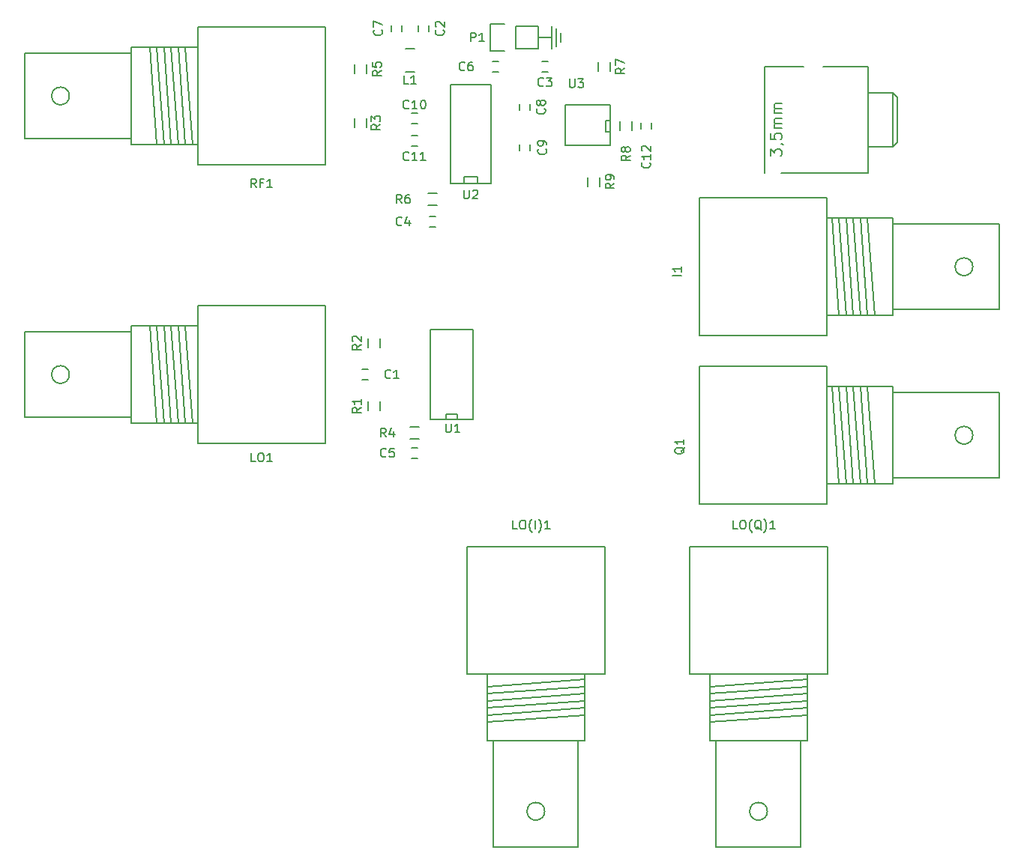
<source format=gbr>
G04 #@! TF.FileFunction,Legend,Top*
%FSLAX46Y46*%
G04 Gerber Fmt 4.6, Leading zero omitted, Abs format (unit mm)*
G04 Created by KiCad (PCBNEW 4.0.2-stable) date Tuesday, August 30, 2016 'PMt' 11:58:46 PM*
%MOMM*%
G01*
G04 APERTURE LIST*
%ADD10C,0.100000*%
%ADD11C,0.200000*%
%ADD12C,0.150000*%
%ADD13C,0.152400*%
%ADD14C,0.127000*%
G04 APERTURE END LIST*
D10*
D11*
X88392000Y-95758000D02*
X88392000Y-98298000D01*
X88392000Y-97028000D02*
X88392000Y-95758000D01*
X89408000Y-96520000D02*
X89408000Y-97536000D01*
X88900000Y-96012000D02*
X88900000Y-98044000D01*
X86868000Y-97028000D02*
X88392000Y-97028000D01*
D12*
X67660000Y-135728000D02*
X66960000Y-135728000D01*
X66960000Y-134528000D02*
X67660000Y-134528000D01*
X74514000Y-95662000D02*
X74514000Y-96362000D01*
X73314000Y-96362000D02*
X73314000Y-95662000D01*
X87980000Y-100930000D02*
X87280000Y-100930000D01*
X87280000Y-99730000D02*
X87980000Y-99730000D01*
X74580000Y-117256000D02*
X75280000Y-117256000D01*
X75280000Y-118456000D02*
X74580000Y-118456000D01*
X73248000Y-144618000D02*
X72548000Y-144618000D01*
X72548000Y-143418000D02*
X73248000Y-143418000D01*
X81692000Y-99730000D02*
X82392000Y-99730000D01*
X82392000Y-100930000D02*
X81692000Y-100930000D01*
X71466000Y-95662000D02*
X71466000Y-96362000D01*
X70266000Y-96362000D02*
X70266000Y-95662000D01*
X85944000Y-104552000D02*
X85944000Y-105252000D01*
X84744000Y-105252000D02*
X84744000Y-104552000D01*
X84744000Y-109824000D02*
X84744000Y-109124000D01*
X85944000Y-109124000D02*
X85944000Y-109824000D01*
X72548000Y-105572000D02*
X73248000Y-105572000D01*
X73248000Y-106772000D02*
X72548000Y-106772000D01*
X72548000Y-108112000D02*
X73248000Y-108112000D01*
X73248000Y-109312000D02*
X72548000Y-109312000D01*
X99710800Y-106685600D02*
X99710800Y-107385600D01*
X98510800Y-107385600D02*
X98510800Y-106685600D01*
X124068840Y-117436900D02*
X124868940Y-128435100D01*
X123268740Y-117436900D02*
X124068840Y-128435100D01*
X122468640Y-117436900D02*
X123268740Y-128435100D01*
X121668540Y-117436900D02*
X122468640Y-128435100D01*
X120868440Y-117436900D02*
X121668540Y-128435100D01*
X120068340Y-117436900D02*
X120868440Y-128435100D01*
X135968740Y-122936000D02*
G75*
G03X135968740Y-122936000I-1000760J0D01*
G01*
X126966980Y-127736600D02*
X138968480Y-127736600D01*
X138968480Y-127736600D02*
X138968480Y-118135400D01*
X138968480Y-118135400D02*
X126966980Y-118135400D01*
X119468900Y-128435100D02*
X126966980Y-128435100D01*
X126966980Y-128435100D02*
X126966980Y-117436900D01*
X126966980Y-117436900D02*
X119468900Y-117436900D01*
X105067100Y-115135660D02*
X105067100Y-130736340D01*
X105067100Y-130736340D02*
X119468900Y-130736340D01*
X119468900Y-130736340D02*
X119468900Y-115135660D01*
X119468900Y-115135660D02*
X105067100Y-115135660D01*
D13*
X124162820Y-100284280D02*
X124162820Y-103278940D01*
X112440720Y-112367060D02*
X112440720Y-100284280D01*
X124162820Y-109372400D02*
X126911100Y-109372400D01*
X126911100Y-103278940D02*
X124162820Y-103278940D01*
X124162820Y-103278940D02*
X124162820Y-109372400D01*
X124162820Y-109372400D02*
X124162820Y-112367060D01*
X126911100Y-109372400D02*
X127419100Y-108864400D01*
X126911100Y-103278940D02*
X127419100Y-103786940D01*
X127419100Y-103786940D02*
X127419100Y-108864400D01*
X126911100Y-103278940D02*
X126911100Y-109372400D01*
X124162820Y-100284280D02*
X119047260Y-100284280D01*
X116888260Y-100284280D02*
X112440720Y-100284280D01*
X112440720Y-112367060D02*
X112443260Y-112367060D01*
X114348260Y-112367060D02*
X124162820Y-112367060D01*
D12*
X71889620Y-98267520D02*
X72890380Y-98267520D01*
X71889620Y-100868480D02*
X72890380Y-100868480D01*
X92113100Y-173598840D02*
X81114900Y-174398940D01*
X92113100Y-172798740D02*
X81114900Y-173598840D01*
X92113100Y-171998640D02*
X81114900Y-172798740D01*
X92113100Y-171198540D02*
X81114900Y-171998640D01*
X92113100Y-170398440D02*
X81114900Y-171198540D01*
X92113100Y-169598340D02*
X81114900Y-170398440D01*
X87614760Y-184497980D02*
G75*
G03X87614760Y-184497980I-1000760J0D01*
G01*
X81813400Y-176496980D02*
X81813400Y-188498480D01*
X81813400Y-188498480D02*
X91414600Y-188498480D01*
X91414600Y-188498480D02*
X91414600Y-176496980D01*
X81114900Y-168998900D02*
X81114900Y-176496980D01*
X81114900Y-176496980D02*
X92113100Y-176496980D01*
X92113100Y-176496980D02*
X92113100Y-168998900D01*
X94414340Y-154597100D02*
X78813660Y-154597100D01*
X78813660Y-154597100D02*
X78813660Y-168998900D01*
X78813660Y-168998900D02*
X94414340Y-168998900D01*
X94414340Y-168998900D02*
X94414340Y-154597100D01*
X117259100Y-173598840D02*
X106260900Y-174398940D01*
X117259100Y-172798740D02*
X106260900Y-173598840D01*
X117259100Y-171998640D02*
X106260900Y-172798740D01*
X117259100Y-171198540D02*
X106260900Y-171998640D01*
X117259100Y-170398440D02*
X106260900Y-171198540D01*
X117259100Y-169598340D02*
X106260900Y-170398440D01*
X112760760Y-184497980D02*
G75*
G03X112760760Y-184497980I-1000760J0D01*
G01*
X106959400Y-176496980D02*
X106959400Y-188498480D01*
X106959400Y-188498480D02*
X116560600Y-188498480D01*
X116560600Y-188498480D02*
X116560600Y-176496980D01*
X106260900Y-168998900D02*
X106260900Y-176496980D01*
X106260900Y-176496980D02*
X117259100Y-176496980D01*
X117259100Y-176496980D02*
X117259100Y-168998900D01*
X119560340Y-154597100D02*
X103959660Y-154597100D01*
X103959660Y-154597100D02*
X103959660Y-168998900D01*
X103959660Y-168998900D02*
X119560340Y-168998900D01*
X119560340Y-168998900D02*
X119560340Y-154597100D01*
X43825160Y-140627100D02*
X43025060Y-129628900D01*
X44625260Y-140627100D02*
X43825160Y-129628900D01*
X45425360Y-140627100D02*
X44625260Y-129628900D01*
X46225460Y-140627100D02*
X45425360Y-129628900D01*
X47025560Y-140627100D02*
X46225460Y-129628900D01*
X47825660Y-140627100D02*
X47025560Y-129628900D01*
X33926780Y-135128000D02*
G75*
G03X33926780Y-135128000I-1000760J0D01*
G01*
X40927020Y-130327400D02*
X28925520Y-130327400D01*
X28925520Y-130327400D02*
X28925520Y-139928600D01*
X28925520Y-139928600D02*
X40927020Y-139928600D01*
X48425100Y-129628900D02*
X40927020Y-129628900D01*
X40927020Y-129628900D02*
X40927020Y-140627100D01*
X40927020Y-140627100D02*
X48425100Y-140627100D01*
X62826900Y-142928340D02*
X62826900Y-127327660D01*
X62826900Y-127327660D02*
X48425100Y-127327660D01*
X48425100Y-127327660D02*
X48425100Y-142928340D01*
X48425100Y-142928340D02*
X62826900Y-142928340D01*
X84328000Y-95758000D02*
X86868000Y-95758000D01*
X81508000Y-95478000D02*
X83058000Y-95478000D01*
X84328000Y-95758000D02*
X84328000Y-98298000D01*
X83058000Y-98578000D02*
X81508000Y-98578000D01*
X81508000Y-98578000D02*
X81508000Y-95478000D01*
X84328000Y-98298000D02*
X86868000Y-98298000D01*
X86868000Y-98298000D02*
X86868000Y-95758000D01*
X124068840Y-136486900D02*
X124868940Y-147485100D01*
X123268740Y-136486900D02*
X124068840Y-147485100D01*
X122468640Y-136486900D02*
X123268740Y-147485100D01*
X121668540Y-136486900D02*
X122468640Y-147485100D01*
X120868440Y-136486900D02*
X121668540Y-147485100D01*
X120068340Y-136486900D02*
X120868440Y-147485100D01*
X135968740Y-141986000D02*
G75*
G03X135968740Y-141986000I-1000760J0D01*
G01*
X126966980Y-146786600D02*
X138968480Y-146786600D01*
X138968480Y-146786600D02*
X138968480Y-137185400D01*
X138968480Y-137185400D02*
X126966980Y-137185400D01*
X119468900Y-147485100D02*
X126966980Y-147485100D01*
X126966980Y-147485100D02*
X126966980Y-136486900D01*
X126966980Y-136486900D02*
X119468900Y-136486900D01*
X105067100Y-134185660D02*
X105067100Y-149786340D01*
X105067100Y-149786340D02*
X119468900Y-149786340D01*
X119468900Y-149786340D02*
X119468900Y-134185660D01*
X119468900Y-134185660D02*
X105067100Y-134185660D01*
X69001000Y-138184000D02*
X69001000Y-139184000D01*
X67651000Y-139184000D02*
X67651000Y-138184000D01*
X69001000Y-131072000D02*
X69001000Y-132072000D01*
X67651000Y-132072000D02*
X67651000Y-131072000D01*
X67477000Y-106180000D02*
X67477000Y-107180000D01*
X66127000Y-107180000D02*
X66127000Y-106180000D01*
X73398000Y-142407000D02*
X72398000Y-142407000D01*
X72398000Y-141057000D02*
X73398000Y-141057000D01*
X66127000Y-101084000D02*
X66127000Y-100084000D01*
X67477000Y-100084000D02*
X67477000Y-101084000D01*
X75430000Y-115991000D02*
X74430000Y-115991000D01*
X74430000Y-114641000D02*
X75430000Y-114641000D01*
X95036000Y-99830000D02*
X95036000Y-100830000D01*
X93686000Y-100830000D02*
X93686000Y-99830000D01*
X96149800Y-107535600D02*
X96149800Y-106535600D01*
X97499800Y-106535600D02*
X97499800Y-107535600D01*
X92441400Y-113834800D02*
X92441400Y-112834800D01*
X93791400Y-112834800D02*
X93791400Y-113834800D01*
X43825160Y-109131100D02*
X43025060Y-98132900D01*
X44625260Y-109131100D02*
X43825160Y-98132900D01*
X45425360Y-109131100D02*
X44625260Y-98132900D01*
X46225460Y-109131100D02*
X45425360Y-98132900D01*
X47025560Y-109131100D02*
X46225460Y-98132900D01*
X47825660Y-109131100D02*
X47025560Y-98132900D01*
X33926780Y-103632000D02*
G75*
G03X33926780Y-103632000I-1000760J0D01*
G01*
X40927020Y-98831400D02*
X28925520Y-98831400D01*
X28925520Y-98831400D02*
X28925520Y-108432600D01*
X28925520Y-108432600D02*
X40927020Y-108432600D01*
X48425100Y-98132900D02*
X40927020Y-98132900D01*
X40927020Y-98132900D02*
X40927020Y-109131100D01*
X40927020Y-109131100D02*
X48425100Y-109131100D01*
X62826900Y-111432340D02*
X62826900Y-95831660D01*
X62826900Y-95831660D02*
X48425100Y-95831660D01*
X48425100Y-95831660D02*
X48425100Y-111432340D01*
X48425100Y-111432340D02*
X62826900Y-111432340D01*
X74676000Y-130048000D02*
X79502000Y-130048000D01*
X79502000Y-130048000D02*
X79502000Y-140208000D01*
X79502000Y-140208000D02*
X74676000Y-140208000D01*
X74676000Y-140208000D02*
X74676000Y-130048000D01*
X76454000Y-140208000D02*
X76454000Y-139573000D01*
X76454000Y-139573000D02*
X77724000Y-139573000D01*
X77724000Y-139573000D02*
X77724000Y-140208000D01*
X78486000Y-113538000D02*
X78486000Y-112776000D01*
X78486000Y-112776000D02*
X80010000Y-112776000D01*
X80010000Y-112776000D02*
X80010000Y-113538000D01*
X76962000Y-102362000D02*
X81534000Y-102362000D01*
X81534000Y-102362000D02*
X81534000Y-113538000D01*
X81534000Y-113538000D02*
X76962000Y-113538000D01*
X76962000Y-113538000D02*
X76962000Y-102362000D01*
X94996000Y-109220000D02*
X89916000Y-109220000D01*
X89916000Y-109220000D02*
X89916000Y-104648000D01*
X89916000Y-104648000D02*
X94996000Y-104648000D01*
X94996000Y-104648000D02*
X94996000Y-109220000D01*
X94996000Y-107696000D02*
X94488000Y-107696000D01*
X94488000Y-107696000D02*
X94488000Y-106426000D01*
X94488000Y-106426000D02*
X94996000Y-106426000D01*
X70191334Y-135485143D02*
X70143715Y-135532762D01*
X70000858Y-135580381D01*
X69905620Y-135580381D01*
X69762762Y-135532762D01*
X69667524Y-135437524D01*
X69619905Y-135342286D01*
X69572286Y-135151810D01*
X69572286Y-135008952D01*
X69619905Y-134818476D01*
X69667524Y-134723238D01*
X69762762Y-134628000D01*
X69905620Y-134580381D01*
X70000858Y-134580381D01*
X70143715Y-134628000D01*
X70191334Y-134675619D01*
X71143715Y-135580381D02*
X70572286Y-135580381D01*
X70858000Y-135580381D02*
X70858000Y-134580381D01*
X70762762Y-134723238D01*
X70667524Y-134818476D01*
X70572286Y-134866095D01*
X76171143Y-96178666D02*
X76218762Y-96226285D01*
X76266381Y-96369142D01*
X76266381Y-96464380D01*
X76218762Y-96607238D01*
X76123524Y-96702476D01*
X76028286Y-96750095D01*
X75837810Y-96797714D01*
X75694952Y-96797714D01*
X75504476Y-96750095D01*
X75409238Y-96702476D01*
X75314000Y-96607238D01*
X75266381Y-96464380D01*
X75266381Y-96369142D01*
X75314000Y-96226285D01*
X75361619Y-96178666D01*
X75361619Y-95797714D02*
X75314000Y-95750095D01*
X75266381Y-95654857D01*
X75266381Y-95416761D01*
X75314000Y-95321523D01*
X75361619Y-95273904D01*
X75456857Y-95226285D01*
X75552095Y-95226285D01*
X75694952Y-95273904D01*
X76266381Y-95845333D01*
X76266381Y-95226285D01*
X87463334Y-102465143D02*
X87415715Y-102512762D01*
X87272858Y-102560381D01*
X87177620Y-102560381D01*
X87034762Y-102512762D01*
X86939524Y-102417524D01*
X86891905Y-102322286D01*
X86844286Y-102131810D01*
X86844286Y-101988952D01*
X86891905Y-101798476D01*
X86939524Y-101703238D01*
X87034762Y-101608000D01*
X87177620Y-101560381D01*
X87272858Y-101560381D01*
X87415715Y-101608000D01*
X87463334Y-101655619D01*
X87796667Y-101560381D02*
X88415715Y-101560381D01*
X88082381Y-101941333D01*
X88225239Y-101941333D01*
X88320477Y-101988952D01*
X88368096Y-102036571D01*
X88415715Y-102131810D01*
X88415715Y-102369905D01*
X88368096Y-102465143D01*
X88320477Y-102512762D01*
X88225239Y-102560381D01*
X87939524Y-102560381D01*
X87844286Y-102512762D01*
X87796667Y-102465143D01*
X71461334Y-118213143D02*
X71413715Y-118260762D01*
X71270858Y-118308381D01*
X71175620Y-118308381D01*
X71032762Y-118260762D01*
X70937524Y-118165524D01*
X70889905Y-118070286D01*
X70842286Y-117879810D01*
X70842286Y-117736952D01*
X70889905Y-117546476D01*
X70937524Y-117451238D01*
X71032762Y-117356000D01*
X71175620Y-117308381D01*
X71270858Y-117308381D01*
X71413715Y-117356000D01*
X71461334Y-117403619D01*
X72318477Y-117641714D02*
X72318477Y-118308381D01*
X72080381Y-117260762D02*
X71842286Y-117975048D01*
X72461334Y-117975048D01*
X69683334Y-144375143D02*
X69635715Y-144422762D01*
X69492858Y-144470381D01*
X69397620Y-144470381D01*
X69254762Y-144422762D01*
X69159524Y-144327524D01*
X69111905Y-144232286D01*
X69064286Y-144041810D01*
X69064286Y-143898952D01*
X69111905Y-143708476D01*
X69159524Y-143613238D01*
X69254762Y-143518000D01*
X69397620Y-143470381D01*
X69492858Y-143470381D01*
X69635715Y-143518000D01*
X69683334Y-143565619D01*
X70588096Y-143470381D02*
X70111905Y-143470381D01*
X70064286Y-143946571D01*
X70111905Y-143898952D01*
X70207143Y-143851333D01*
X70445239Y-143851333D01*
X70540477Y-143898952D01*
X70588096Y-143946571D01*
X70635715Y-144041810D01*
X70635715Y-144279905D01*
X70588096Y-144375143D01*
X70540477Y-144422762D01*
X70445239Y-144470381D01*
X70207143Y-144470381D01*
X70111905Y-144422762D01*
X70064286Y-144375143D01*
X78573334Y-100687143D02*
X78525715Y-100734762D01*
X78382858Y-100782381D01*
X78287620Y-100782381D01*
X78144762Y-100734762D01*
X78049524Y-100639524D01*
X78001905Y-100544286D01*
X77954286Y-100353810D01*
X77954286Y-100210952D01*
X78001905Y-100020476D01*
X78049524Y-99925238D01*
X78144762Y-99830000D01*
X78287620Y-99782381D01*
X78382858Y-99782381D01*
X78525715Y-99830000D01*
X78573334Y-99877619D01*
X79430477Y-99782381D02*
X79240000Y-99782381D01*
X79144762Y-99830000D01*
X79097143Y-99877619D01*
X79001905Y-100020476D01*
X78954286Y-100210952D01*
X78954286Y-100591905D01*
X79001905Y-100687143D01*
X79049524Y-100734762D01*
X79144762Y-100782381D01*
X79335239Y-100782381D01*
X79430477Y-100734762D01*
X79478096Y-100687143D01*
X79525715Y-100591905D01*
X79525715Y-100353810D01*
X79478096Y-100258571D01*
X79430477Y-100210952D01*
X79335239Y-100163333D01*
X79144762Y-100163333D01*
X79049524Y-100210952D01*
X79001905Y-100258571D01*
X78954286Y-100353810D01*
X69191143Y-96178666D02*
X69238762Y-96226285D01*
X69286381Y-96369142D01*
X69286381Y-96464380D01*
X69238762Y-96607238D01*
X69143524Y-96702476D01*
X69048286Y-96750095D01*
X68857810Y-96797714D01*
X68714952Y-96797714D01*
X68524476Y-96750095D01*
X68429238Y-96702476D01*
X68334000Y-96607238D01*
X68286381Y-96464380D01*
X68286381Y-96369142D01*
X68334000Y-96226285D01*
X68381619Y-96178666D01*
X68286381Y-95845333D02*
X68286381Y-95178666D01*
X69286381Y-95607238D01*
X87601143Y-105068666D02*
X87648762Y-105116285D01*
X87696381Y-105259142D01*
X87696381Y-105354380D01*
X87648762Y-105497238D01*
X87553524Y-105592476D01*
X87458286Y-105640095D01*
X87267810Y-105687714D01*
X87124952Y-105687714D01*
X86934476Y-105640095D01*
X86839238Y-105592476D01*
X86744000Y-105497238D01*
X86696381Y-105354380D01*
X86696381Y-105259142D01*
X86744000Y-105116285D01*
X86791619Y-105068666D01*
X87124952Y-104497238D02*
X87077333Y-104592476D01*
X87029714Y-104640095D01*
X86934476Y-104687714D01*
X86886857Y-104687714D01*
X86791619Y-104640095D01*
X86744000Y-104592476D01*
X86696381Y-104497238D01*
X86696381Y-104306761D01*
X86744000Y-104211523D01*
X86791619Y-104163904D01*
X86886857Y-104116285D01*
X86934476Y-104116285D01*
X87029714Y-104163904D01*
X87077333Y-104211523D01*
X87124952Y-104306761D01*
X87124952Y-104497238D01*
X87172571Y-104592476D01*
X87220190Y-104640095D01*
X87315429Y-104687714D01*
X87505905Y-104687714D01*
X87601143Y-104640095D01*
X87648762Y-104592476D01*
X87696381Y-104497238D01*
X87696381Y-104306761D01*
X87648762Y-104211523D01*
X87601143Y-104163904D01*
X87505905Y-104116285D01*
X87315429Y-104116285D01*
X87220190Y-104163904D01*
X87172571Y-104211523D01*
X87124952Y-104306761D01*
X87733143Y-109640666D02*
X87780762Y-109688285D01*
X87828381Y-109831142D01*
X87828381Y-109926380D01*
X87780762Y-110069238D01*
X87685524Y-110164476D01*
X87590286Y-110212095D01*
X87399810Y-110259714D01*
X87256952Y-110259714D01*
X87066476Y-110212095D01*
X86971238Y-110164476D01*
X86876000Y-110069238D01*
X86828381Y-109926380D01*
X86828381Y-109831142D01*
X86876000Y-109688285D01*
X86923619Y-109640666D01*
X87828381Y-109164476D02*
X87828381Y-108974000D01*
X87780762Y-108878761D01*
X87733143Y-108831142D01*
X87590286Y-108735904D01*
X87399810Y-108688285D01*
X87018857Y-108688285D01*
X86923619Y-108735904D01*
X86876000Y-108783523D01*
X86828381Y-108878761D01*
X86828381Y-109069238D01*
X86876000Y-109164476D01*
X86923619Y-109212095D01*
X87018857Y-109259714D01*
X87256952Y-109259714D01*
X87352190Y-109212095D01*
X87399810Y-109164476D01*
X87447429Y-109069238D01*
X87447429Y-108878761D01*
X87399810Y-108783523D01*
X87352190Y-108735904D01*
X87256952Y-108688285D01*
X72255143Y-105005143D02*
X72207524Y-105052762D01*
X72064667Y-105100381D01*
X71969429Y-105100381D01*
X71826571Y-105052762D01*
X71731333Y-104957524D01*
X71683714Y-104862286D01*
X71636095Y-104671810D01*
X71636095Y-104528952D01*
X71683714Y-104338476D01*
X71731333Y-104243238D01*
X71826571Y-104148000D01*
X71969429Y-104100381D01*
X72064667Y-104100381D01*
X72207524Y-104148000D01*
X72255143Y-104195619D01*
X73207524Y-105100381D02*
X72636095Y-105100381D01*
X72921809Y-105100381D02*
X72921809Y-104100381D01*
X72826571Y-104243238D01*
X72731333Y-104338476D01*
X72636095Y-104386095D01*
X73826571Y-104100381D02*
X73921810Y-104100381D01*
X74017048Y-104148000D01*
X74064667Y-104195619D01*
X74112286Y-104290857D01*
X74159905Y-104481333D01*
X74159905Y-104719429D01*
X74112286Y-104909905D01*
X74064667Y-105005143D01*
X74017048Y-105052762D01*
X73921810Y-105100381D01*
X73826571Y-105100381D01*
X73731333Y-105052762D01*
X73683714Y-105005143D01*
X73636095Y-104909905D01*
X73588476Y-104719429D01*
X73588476Y-104481333D01*
X73636095Y-104290857D01*
X73683714Y-104195619D01*
X73731333Y-104148000D01*
X73826571Y-104100381D01*
X72255143Y-110847143D02*
X72207524Y-110894762D01*
X72064667Y-110942381D01*
X71969429Y-110942381D01*
X71826571Y-110894762D01*
X71731333Y-110799524D01*
X71683714Y-110704286D01*
X71636095Y-110513810D01*
X71636095Y-110370952D01*
X71683714Y-110180476D01*
X71731333Y-110085238D01*
X71826571Y-109990000D01*
X71969429Y-109942381D01*
X72064667Y-109942381D01*
X72207524Y-109990000D01*
X72255143Y-110037619D01*
X73207524Y-110942381D02*
X72636095Y-110942381D01*
X72921809Y-110942381D02*
X72921809Y-109942381D01*
X72826571Y-110085238D01*
X72731333Y-110180476D01*
X72636095Y-110228095D01*
X74159905Y-110942381D02*
X73588476Y-110942381D01*
X73874190Y-110942381D02*
X73874190Y-109942381D01*
X73778952Y-110085238D01*
X73683714Y-110180476D01*
X73588476Y-110228095D01*
X99467943Y-111158257D02*
X99515562Y-111205876D01*
X99563181Y-111348733D01*
X99563181Y-111443971D01*
X99515562Y-111586829D01*
X99420324Y-111682067D01*
X99325086Y-111729686D01*
X99134610Y-111777305D01*
X98991752Y-111777305D01*
X98801276Y-111729686D01*
X98706038Y-111682067D01*
X98610800Y-111586829D01*
X98563181Y-111443971D01*
X98563181Y-111348733D01*
X98610800Y-111205876D01*
X98658419Y-111158257D01*
X99563181Y-110205876D02*
X99563181Y-110777305D01*
X99563181Y-110491591D02*
X98563181Y-110491591D01*
X98706038Y-110586829D01*
X98801276Y-110682067D01*
X98848895Y-110777305D01*
X98658419Y-109824924D02*
X98610800Y-109777305D01*
X98563181Y-109682067D01*
X98563181Y-109443971D01*
X98610800Y-109348733D01*
X98658419Y-109301114D01*
X98753657Y-109253495D01*
X98848895Y-109253495D01*
X98991752Y-109301114D01*
X99563181Y-109872543D01*
X99563181Y-109253495D01*
X103068381Y-123920190D02*
X102068381Y-123920190D01*
X103068381Y-122920190D02*
X103068381Y-123491619D01*
X103068381Y-123205905D02*
X102068381Y-123205905D01*
X102211238Y-123301143D01*
X102306476Y-123396381D01*
X102354095Y-123491619D01*
D14*
X113101604Y-110430249D02*
X113101604Y-109644059D01*
X113585413Y-110067392D01*
X113585413Y-109885964D01*
X113645890Y-109765011D01*
X113706366Y-109704535D01*
X113827318Y-109644059D01*
X114129699Y-109644059D01*
X114250651Y-109704535D01*
X114311128Y-109765011D01*
X114371604Y-109885964D01*
X114371604Y-110248821D01*
X114311128Y-110369773D01*
X114250651Y-110430249D01*
X114311128Y-109039297D02*
X114371604Y-109039297D01*
X114492556Y-109099773D01*
X114553032Y-109160249D01*
X113101604Y-107890249D02*
X113101604Y-108495011D01*
X113706366Y-108555487D01*
X113645890Y-108495011D01*
X113585413Y-108374059D01*
X113585413Y-108071678D01*
X113645890Y-107950725D01*
X113706366Y-107890249D01*
X113827318Y-107829773D01*
X114129699Y-107829773D01*
X114250651Y-107890249D01*
X114311128Y-107950725D01*
X114371604Y-108071678D01*
X114371604Y-108374059D01*
X114311128Y-108495011D01*
X114250651Y-108555487D01*
X114371604Y-107285487D02*
X113524937Y-107285487D01*
X113645890Y-107285487D02*
X113585413Y-107225011D01*
X113524937Y-107104058D01*
X113524937Y-106922630D01*
X113585413Y-106801678D01*
X113706366Y-106741201D01*
X114371604Y-106741201D01*
X113706366Y-106741201D02*
X113585413Y-106680725D01*
X113524937Y-106559773D01*
X113524937Y-106378344D01*
X113585413Y-106257392D01*
X113706366Y-106196916D01*
X114371604Y-106196916D01*
X114371604Y-105592154D02*
X113524937Y-105592154D01*
X113645890Y-105592154D02*
X113585413Y-105531678D01*
X113524937Y-105410725D01*
X113524937Y-105229297D01*
X113585413Y-105108345D01*
X113706366Y-105047868D01*
X114371604Y-105047868D01*
X113706366Y-105047868D02*
X113585413Y-104987392D01*
X113524937Y-104866440D01*
X113524937Y-104685011D01*
X113585413Y-104564059D01*
X113706366Y-104503583D01*
X114371604Y-104503583D01*
D12*
X72223334Y-102306381D02*
X71747143Y-102306381D01*
X71747143Y-101306381D01*
X73080477Y-102306381D02*
X72509048Y-102306381D01*
X72794762Y-102306381D02*
X72794762Y-101306381D01*
X72699524Y-101449238D01*
X72604286Y-101544476D01*
X72509048Y-101592095D01*
X84510762Y-152598381D02*
X84034571Y-152598381D01*
X84034571Y-151598381D01*
X85034571Y-151598381D02*
X85225048Y-151598381D01*
X85320286Y-151646000D01*
X85415524Y-151741238D01*
X85463143Y-151931714D01*
X85463143Y-152265048D01*
X85415524Y-152455524D01*
X85320286Y-152550762D01*
X85225048Y-152598381D01*
X85034571Y-152598381D01*
X84939333Y-152550762D01*
X84844095Y-152455524D01*
X84796476Y-152265048D01*
X84796476Y-151931714D01*
X84844095Y-151741238D01*
X84939333Y-151646000D01*
X85034571Y-151598381D01*
X86177429Y-152979333D02*
X86129809Y-152931714D01*
X86034571Y-152788857D01*
X85986952Y-152693619D01*
X85939333Y-152550762D01*
X85891714Y-152312667D01*
X85891714Y-152122190D01*
X85939333Y-151884095D01*
X85986952Y-151741238D01*
X86034571Y-151646000D01*
X86129809Y-151503143D01*
X86177429Y-151455524D01*
X86558381Y-152598381D02*
X86558381Y-151598381D01*
X86939333Y-152979333D02*
X86986952Y-152931714D01*
X87082190Y-152788857D01*
X87129809Y-152693619D01*
X87177428Y-152550762D01*
X87225047Y-152312667D01*
X87225047Y-152122190D01*
X87177428Y-151884095D01*
X87129809Y-151741238D01*
X87082190Y-151646000D01*
X86986952Y-151503143D01*
X86939333Y-151455524D01*
X88225048Y-152598381D02*
X87653619Y-152598381D01*
X87939333Y-152598381D02*
X87939333Y-151598381D01*
X87844095Y-151741238D01*
X87748857Y-151836476D01*
X87653619Y-151884095D01*
X109371048Y-152598381D02*
X108894857Y-152598381D01*
X108894857Y-151598381D01*
X109894857Y-151598381D02*
X110085334Y-151598381D01*
X110180572Y-151646000D01*
X110275810Y-151741238D01*
X110323429Y-151931714D01*
X110323429Y-152265048D01*
X110275810Y-152455524D01*
X110180572Y-152550762D01*
X110085334Y-152598381D01*
X109894857Y-152598381D01*
X109799619Y-152550762D01*
X109704381Y-152455524D01*
X109656762Y-152265048D01*
X109656762Y-151931714D01*
X109704381Y-151741238D01*
X109799619Y-151646000D01*
X109894857Y-151598381D01*
X111037715Y-152979333D02*
X110990095Y-152931714D01*
X110894857Y-152788857D01*
X110847238Y-152693619D01*
X110799619Y-152550762D01*
X110752000Y-152312667D01*
X110752000Y-152122190D01*
X110799619Y-151884095D01*
X110847238Y-151741238D01*
X110894857Y-151646000D01*
X110990095Y-151503143D01*
X111037715Y-151455524D01*
X112085334Y-152693619D02*
X111990096Y-152646000D01*
X111894858Y-152550762D01*
X111752001Y-152407905D01*
X111656762Y-152360286D01*
X111561524Y-152360286D01*
X111609143Y-152598381D02*
X111513905Y-152550762D01*
X111418667Y-152455524D01*
X111371048Y-152265048D01*
X111371048Y-151931714D01*
X111418667Y-151741238D01*
X111513905Y-151646000D01*
X111609143Y-151598381D01*
X111799620Y-151598381D01*
X111894858Y-151646000D01*
X111990096Y-151741238D01*
X112037715Y-151931714D01*
X112037715Y-152265048D01*
X111990096Y-152455524D01*
X111894858Y-152550762D01*
X111799620Y-152598381D01*
X111609143Y-152598381D01*
X112371048Y-152979333D02*
X112418667Y-152931714D01*
X112513905Y-152788857D01*
X112561524Y-152693619D01*
X112609143Y-152550762D01*
X112656762Y-152312667D01*
X112656762Y-152122190D01*
X112609143Y-151884095D01*
X112561524Y-151741238D01*
X112513905Y-151646000D01*
X112418667Y-151503143D01*
X112371048Y-151455524D01*
X113656763Y-152598381D02*
X113085334Y-152598381D01*
X113371048Y-152598381D02*
X113371048Y-151598381D01*
X113275810Y-151741238D01*
X113180572Y-151836476D01*
X113085334Y-151884095D01*
X54935524Y-144978381D02*
X54459333Y-144978381D01*
X54459333Y-143978381D01*
X55459333Y-143978381D02*
X55649810Y-143978381D01*
X55745048Y-144026000D01*
X55840286Y-144121238D01*
X55887905Y-144311714D01*
X55887905Y-144645048D01*
X55840286Y-144835524D01*
X55745048Y-144930762D01*
X55649810Y-144978381D01*
X55459333Y-144978381D01*
X55364095Y-144930762D01*
X55268857Y-144835524D01*
X55221238Y-144645048D01*
X55221238Y-144311714D01*
X55268857Y-144121238D01*
X55364095Y-144026000D01*
X55459333Y-143978381D01*
X56840286Y-144978381D02*
X56268857Y-144978381D01*
X56554571Y-144978381D02*
X56554571Y-143978381D01*
X56459333Y-144121238D01*
X56364095Y-144216476D01*
X56268857Y-144264095D01*
X79271905Y-97480381D02*
X79271905Y-96480381D01*
X79652858Y-96480381D01*
X79748096Y-96528000D01*
X79795715Y-96575619D01*
X79843334Y-96670857D01*
X79843334Y-96813714D01*
X79795715Y-96908952D01*
X79748096Y-96956571D01*
X79652858Y-97004190D01*
X79271905Y-97004190D01*
X80795715Y-97480381D02*
X80224286Y-97480381D01*
X80510000Y-97480381D02*
X80510000Y-96480381D01*
X80414762Y-96623238D01*
X80319524Y-96718476D01*
X80224286Y-96766095D01*
X103417619Y-143351238D02*
X103370000Y-143446476D01*
X103274762Y-143541714D01*
X103131905Y-143684571D01*
X103084286Y-143779810D01*
X103084286Y-143875048D01*
X103322381Y-143827429D02*
X103274762Y-143922667D01*
X103179524Y-144017905D01*
X102989048Y-144065524D01*
X102655714Y-144065524D01*
X102465238Y-144017905D01*
X102370000Y-143922667D01*
X102322381Y-143827429D01*
X102322381Y-143636952D01*
X102370000Y-143541714D01*
X102465238Y-143446476D01*
X102655714Y-143398857D01*
X102989048Y-143398857D01*
X103179524Y-143446476D01*
X103274762Y-143541714D01*
X103322381Y-143636952D01*
X103322381Y-143827429D01*
X103322381Y-142446476D02*
X103322381Y-143017905D01*
X103322381Y-142732191D02*
X102322381Y-142732191D01*
X102465238Y-142827429D01*
X102560476Y-142922667D01*
X102608095Y-143017905D01*
X66878381Y-138850666D02*
X66402190Y-139184000D01*
X66878381Y-139422095D02*
X65878381Y-139422095D01*
X65878381Y-139041142D01*
X65926000Y-138945904D01*
X65973619Y-138898285D01*
X66068857Y-138850666D01*
X66211714Y-138850666D01*
X66306952Y-138898285D01*
X66354571Y-138945904D01*
X66402190Y-139041142D01*
X66402190Y-139422095D01*
X66878381Y-137898285D02*
X66878381Y-138469714D01*
X66878381Y-138184000D02*
X65878381Y-138184000D01*
X66021238Y-138279238D01*
X66116476Y-138374476D01*
X66164095Y-138469714D01*
X66878381Y-131738666D02*
X66402190Y-132072000D01*
X66878381Y-132310095D02*
X65878381Y-132310095D01*
X65878381Y-131929142D01*
X65926000Y-131833904D01*
X65973619Y-131786285D01*
X66068857Y-131738666D01*
X66211714Y-131738666D01*
X66306952Y-131786285D01*
X66354571Y-131833904D01*
X66402190Y-131929142D01*
X66402190Y-132310095D01*
X65973619Y-131357714D02*
X65926000Y-131310095D01*
X65878381Y-131214857D01*
X65878381Y-130976761D01*
X65926000Y-130881523D01*
X65973619Y-130833904D01*
X66068857Y-130786285D01*
X66164095Y-130786285D01*
X66306952Y-130833904D01*
X66878381Y-131405333D01*
X66878381Y-130786285D01*
X69032381Y-106846666D02*
X68556190Y-107180000D01*
X69032381Y-107418095D02*
X68032381Y-107418095D01*
X68032381Y-107037142D01*
X68080000Y-106941904D01*
X68127619Y-106894285D01*
X68222857Y-106846666D01*
X68365714Y-106846666D01*
X68460952Y-106894285D01*
X68508571Y-106941904D01*
X68556190Y-107037142D01*
X68556190Y-107418095D01*
X68032381Y-106513333D02*
X68032381Y-105894285D01*
X68413333Y-106227619D01*
X68413333Y-106084761D01*
X68460952Y-105989523D01*
X68508571Y-105941904D01*
X68603810Y-105894285D01*
X68841905Y-105894285D01*
X68937143Y-105941904D01*
X68984762Y-105989523D01*
X69032381Y-106084761D01*
X69032381Y-106370476D01*
X68984762Y-106465714D01*
X68937143Y-106513333D01*
X69683334Y-142184381D02*
X69350000Y-141708190D01*
X69111905Y-142184381D02*
X69111905Y-141184381D01*
X69492858Y-141184381D01*
X69588096Y-141232000D01*
X69635715Y-141279619D01*
X69683334Y-141374857D01*
X69683334Y-141517714D01*
X69635715Y-141612952D01*
X69588096Y-141660571D01*
X69492858Y-141708190D01*
X69111905Y-141708190D01*
X70540477Y-141517714D02*
X70540477Y-142184381D01*
X70302381Y-141136762D02*
X70064286Y-141851048D01*
X70683334Y-141851048D01*
X69154381Y-100750666D02*
X68678190Y-101084000D01*
X69154381Y-101322095D02*
X68154381Y-101322095D01*
X68154381Y-100941142D01*
X68202000Y-100845904D01*
X68249619Y-100798285D01*
X68344857Y-100750666D01*
X68487714Y-100750666D01*
X68582952Y-100798285D01*
X68630571Y-100845904D01*
X68678190Y-100941142D01*
X68678190Y-101322095D01*
X68154381Y-99845904D02*
X68154381Y-100322095D01*
X68630571Y-100369714D01*
X68582952Y-100322095D01*
X68535333Y-100226857D01*
X68535333Y-99988761D01*
X68582952Y-99893523D01*
X68630571Y-99845904D01*
X68725810Y-99798285D01*
X68963905Y-99798285D01*
X69059143Y-99845904D01*
X69106762Y-99893523D01*
X69154381Y-99988761D01*
X69154381Y-100226857D01*
X69106762Y-100322095D01*
X69059143Y-100369714D01*
X71461334Y-115768381D02*
X71128000Y-115292190D01*
X70889905Y-115768381D02*
X70889905Y-114768381D01*
X71270858Y-114768381D01*
X71366096Y-114816000D01*
X71413715Y-114863619D01*
X71461334Y-114958857D01*
X71461334Y-115101714D01*
X71413715Y-115196952D01*
X71366096Y-115244571D01*
X71270858Y-115292190D01*
X70889905Y-115292190D01*
X72318477Y-114768381D02*
X72128000Y-114768381D01*
X72032762Y-114816000D01*
X71985143Y-114863619D01*
X71889905Y-115006476D01*
X71842286Y-115196952D01*
X71842286Y-115577905D01*
X71889905Y-115673143D01*
X71937524Y-115720762D01*
X72032762Y-115768381D01*
X72223239Y-115768381D01*
X72318477Y-115720762D01*
X72366096Y-115673143D01*
X72413715Y-115577905D01*
X72413715Y-115339810D01*
X72366096Y-115244571D01*
X72318477Y-115196952D01*
X72223239Y-115149333D01*
X72032762Y-115149333D01*
X71937524Y-115196952D01*
X71889905Y-115244571D01*
X71842286Y-115339810D01*
X96642181Y-100496666D02*
X96165990Y-100830000D01*
X96642181Y-101068095D02*
X95642181Y-101068095D01*
X95642181Y-100687142D01*
X95689800Y-100591904D01*
X95737419Y-100544285D01*
X95832657Y-100496666D01*
X95975514Y-100496666D01*
X96070752Y-100544285D01*
X96118371Y-100591904D01*
X96165990Y-100687142D01*
X96165990Y-101068095D01*
X95642181Y-100163333D02*
X95642181Y-99496666D01*
X96642181Y-99925238D01*
X97277181Y-110351866D02*
X96800990Y-110685200D01*
X97277181Y-110923295D02*
X96277181Y-110923295D01*
X96277181Y-110542342D01*
X96324800Y-110447104D01*
X96372419Y-110399485D01*
X96467657Y-110351866D01*
X96610514Y-110351866D01*
X96705752Y-110399485D01*
X96753371Y-110447104D01*
X96800990Y-110542342D01*
X96800990Y-110923295D01*
X96705752Y-109780438D02*
X96658133Y-109875676D01*
X96610514Y-109923295D01*
X96515276Y-109970914D01*
X96467657Y-109970914D01*
X96372419Y-109923295D01*
X96324800Y-109875676D01*
X96277181Y-109780438D01*
X96277181Y-109589961D01*
X96324800Y-109494723D01*
X96372419Y-109447104D01*
X96467657Y-109399485D01*
X96515276Y-109399485D01*
X96610514Y-109447104D01*
X96658133Y-109494723D01*
X96705752Y-109589961D01*
X96705752Y-109780438D01*
X96753371Y-109875676D01*
X96800990Y-109923295D01*
X96896229Y-109970914D01*
X97086705Y-109970914D01*
X97181943Y-109923295D01*
X97229562Y-109875676D01*
X97277181Y-109780438D01*
X97277181Y-109589961D01*
X97229562Y-109494723D01*
X97181943Y-109447104D01*
X97086705Y-109399485D01*
X96896229Y-109399485D01*
X96800990Y-109447104D01*
X96753371Y-109494723D01*
X96705752Y-109589961D01*
X95468781Y-113501466D02*
X94992590Y-113834800D01*
X95468781Y-114072895D02*
X94468781Y-114072895D01*
X94468781Y-113691942D01*
X94516400Y-113596704D01*
X94564019Y-113549085D01*
X94659257Y-113501466D01*
X94802114Y-113501466D01*
X94897352Y-113549085D01*
X94944971Y-113596704D01*
X94992590Y-113691942D01*
X94992590Y-114072895D01*
X95468781Y-113025276D02*
X95468781Y-112834800D01*
X95421162Y-112739561D01*
X95373543Y-112691942D01*
X95230686Y-112596704D01*
X95040210Y-112549085D01*
X94659257Y-112549085D01*
X94564019Y-112596704D01*
X94516400Y-112644323D01*
X94468781Y-112739561D01*
X94468781Y-112930038D01*
X94516400Y-113025276D01*
X94564019Y-113072895D01*
X94659257Y-113120514D01*
X94897352Y-113120514D01*
X94992590Y-113072895D01*
X95040210Y-113025276D01*
X95087829Y-112930038D01*
X95087829Y-112739561D01*
X95040210Y-112644323D01*
X94992590Y-112596704D01*
X94897352Y-112549085D01*
X55030762Y-113990381D02*
X54697428Y-113514190D01*
X54459333Y-113990381D02*
X54459333Y-112990381D01*
X54840286Y-112990381D01*
X54935524Y-113038000D01*
X54983143Y-113085619D01*
X55030762Y-113180857D01*
X55030762Y-113323714D01*
X54983143Y-113418952D01*
X54935524Y-113466571D01*
X54840286Y-113514190D01*
X54459333Y-113514190D01*
X55792667Y-113466571D02*
X55459333Y-113466571D01*
X55459333Y-113990381D02*
X55459333Y-112990381D01*
X55935524Y-112990381D01*
X56840286Y-113990381D02*
X56268857Y-113990381D01*
X56554571Y-113990381D02*
X56554571Y-112990381D01*
X56459333Y-113133238D01*
X56364095Y-113228476D01*
X56268857Y-113276095D01*
X76454095Y-140676381D02*
X76454095Y-141485905D01*
X76501714Y-141581143D01*
X76549333Y-141628762D01*
X76644571Y-141676381D01*
X76835048Y-141676381D01*
X76930286Y-141628762D01*
X76977905Y-141581143D01*
X77025524Y-141485905D01*
X77025524Y-140676381D01*
X78025524Y-141676381D02*
X77454095Y-141676381D01*
X77739809Y-141676381D02*
X77739809Y-140676381D01*
X77644571Y-140819238D01*
X77549333Y-140914476D01*
X77454095Y-140962095D01*
X78486095Y-114260381D02*
X78486095Y-115069905D01*
X78533714Y-115165143D01*
X78581333Y-115212762D01*
X78676571Y-115260381D01*
X78867048Y-115260381D01*
X78962286Y-115212762D01*
X79009905Y-115165143D01*
X79057524Y-115069905D01*
X79057524Y-114260381D01*
X79486095Y-114355619D02*
X79533714Y-114308000D01*
X79628952Y-114260381D01*
X79867048Y-114260381D01*
X79962286Y-114308000D01*
X80009905Y-114355619D01*
X80057524Y-114450857D01*
X80057524Y-114546095D01*
X80009905Y-114688952D01*
X79438476Y-115260381D01*
X80057524Y-115260381D01*
X90424095Y-101687381D02*
X90424095Y-102496905D01*
X90471714Y-102592143D01*
X90519333Y-102639762D01*
X90614571Y-102687381D01*
X90805048Y-102687381D01*
X90900286Y-102639762D01*
X90947905Y-102592143D01*
X90995524Y-102496905D01*
X90995524Y-101687381D01*
X91376476Y-101687381D02*
X91995524Y-101687381D01*
X91662190Y-102068333D01*
X91805048Y-102068333D01*
X91900286Y-102115952D01*
X91947905Y-102163571D01*
X91995524Y-102258810D01*
X91995524Y-102496905D01*
X91947905Y-102592143D01*
X91900286Y-102639762D01*
X91805048Y-102687381D01*
X91519333Y-102687381D01*
X91424095Y-102639762D01*
X91376476Y-102592143D01*
M02*

</source>
